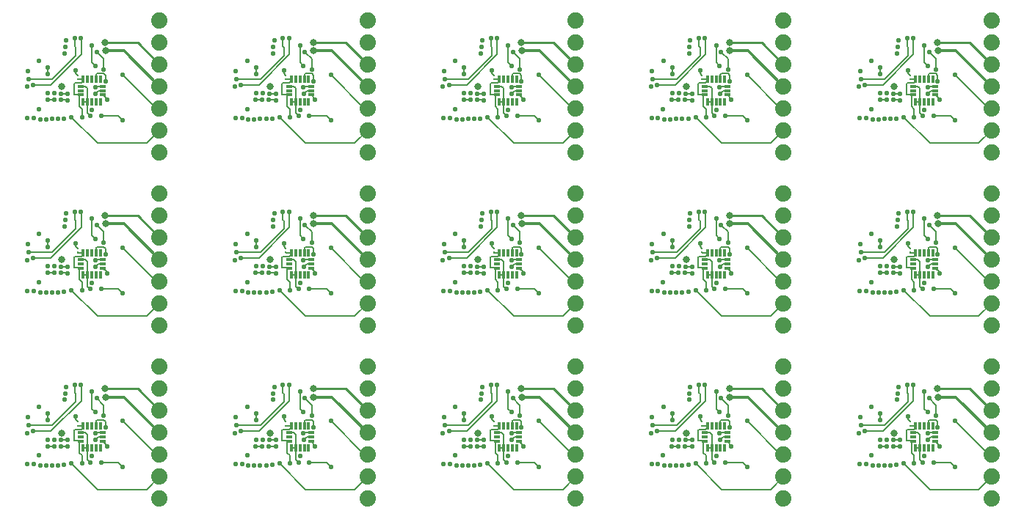
<source format=gbr>
G04 EAGLE Gerber X2 export*
%TF.Part,Single*%
%TF.FileFunction,Copper,L4,Bot,Mixed*%
%TF.FilePolarity,Positive*%
%TF.GenerationSoftware,Autodesk,EAGLE,8.7.1*%
%TF.CreationDate,2018-04-12T23:37:32Z*%
G75*
%MOMM*%
%FSLAX34Y34*%
%LPD*%
%AMOC8*
5,1,8,0,0,1.08239X$1,22.5*%
G01*
%ADD10R,0.250000X0.250000*%
%ADD11C,1.879600*%
%ADD12R,0.300000X0.925000*%
%ADD13R,0.800000X0.300000*%
%ADD14C,0.558800*%
%ADD15C,0.152400*%
%ADD16C,0.804800*%
%ADD17C,0.203200*%
%ADD18C,0.304800*%
%ADD19C,0.254000*%


D10*
X62375Y54163D03*
X62375Y49591D03*
D11*
X156400Y117800D03*
X156400Y92400D03*
X156400Y67000D03*
X156400Y41600D03*
X156400Y16200D03*
X156400Y-9200D03*
X156400Y-34600D03*
D12*
X68586Y49438D03*
X73586Y49438D03*
X78586Y49438D03*
X83586Y49438D03*
X88586Y49438D03*
D13*
X91336Y41563D03*
X91336Y36563D03*
X91336Y31563D03*
D12*
X88586Y23688D03*
X83586Y23688D03*
X78586Y23688D03*
X73586Y23688D03*
X68586Y23688D03*
D13*
X65836Y31563D03*
X65836Y36563D03*
X65836Y41563D03*
D10*
X302375Y54163D03*
X302375Y49591D03*
D11*
X396400Y117800D03*
X396400Y92400D03*
X396400Y67000D03*
X396400Y41600D03*
X396400Y16200D03*
X396400Y-9200D03*
X396400Y-34600D03*
D12*
X308586Y49438D03*
X313586Y49438D03*
X318586Y49438D03*
X323586Y49438D03*
X328586Y49438D03*
D13*
X331336Y41563D03*
X331336Y36563D03*
X331336Y31563D03*
D12*
X328586Y23688D03*
X323586Y23688D03*
X318586Y23688D03*
X313586Y23688D03*
X308586Y23688D03*
D13*
X305836Y31563D03*
X305836Y36563D03*
X305836Y41563D03*
D10*
X542375Y54163D03*
X542375Y49591D03*
D11*
X636400Y117800D03*
X636400Y92400D03*
X636400Y67000D03*
X636400Y41600D03*
X636400Y16200D03*
X636400Y-9200D03*
X636400Y-34600D03*
D12*
X548586Y49438D03*
X553586Y49438D03*
X558586Y49438D03*
X563586Y49438D03*
X568586Y49438D03*
D13*
X571336Y41563D03*
X571336Y36563D03*
X571336Y31563D03*
D12*
X568586Y23688D03*
X563586Y23688D03*
X558586Y23688D03*
X553586Y23688D03*
X548586Y23688D03*
D13*
X545836Y31563D03*
X545836Y36563D03*
X545836Y41563D03*
D10*
X782375Y54163D03*
X782375Y49591D03*
D11*
X876400Y117800D03*
X876400Y92400D03*
X876400Y67000D03*
X876400Y41600D03*
X876400Y16200D03*
X876400Y-9200D03*
X876400Y-34600D03*
D12*
X788586Y49438D03*
X793586Y49438D03*
X798586Y49438D03*
X803586Y49438D03*
X808586Y49438D03*
D13*
X811336Y41563D03*
X811336Y36563D03*
X811336Y31563D03*
D12*
X808586Y23688D03*
X803586Y23688D03*
X798586Y23688D03*
X793586Y23688D03*
X788586Y23688D03*
D13*
X785836Y31563D03*
X785836Y36563D03*
X785836Y41563D03*
D10*
X1022375Y54163D03*
X1022375Y49591D03*
D11*
X1116400Y117800D03*
X1116400Y92400D03*
X1116400Y67000D03*
X1116400Y41600D03*
X1116400Y16200D03*
X1116400Y-9200D03*
X1116400Y-34600D03*
D12*
X1028586Y49438D03*
X1033586Y49438D03*
X1038586Y49438D03*
X1043586Y49438D03*
X1048586Y49438D03*
D13*
X1051336Y41563D03*
X1051336Y36563D03*
X1051336Y31563D03*
D12*
X1048586Y23688D03*
X1043586Y23688D03*
X1038586Y23688D03*
X1033586Y23688D03*
X1028586Y23688D03*
D13*
X1025836Y31563D03*
X1025836Y36563D03*
X1025836Y41563D03*
D10*
X62375Y254163D03*
X62375Y249591D03*
D11*
X156400Y317800D03*
X156400Y292400D03*
X156400Y267000D03*
X156400Y241600D03*
X156400Y216200D03*
X156400Y190800D03*
X156400Y165400D03*
D12*
X68586Y249438D03*
X73586Y249438D03*
X78586Y249438D03*
X83586Y249438D03*
X88586Y249438D03*
D13*
X91336Y241563D03*
X91336Y236563D03*
X91336Y231563D03*
D12*
X88586Y223688D03*
X83586Y223688D03*
X78586Y223688D03*
X73586Y223688D03*
X68586Y223688D03*
D13*
X65836Y231563D03*
X65836Y236563D03*
X65836Y241563D03*
D10*
X302375Y254163D03*
X302375Y249591D03*
D11*
X396400Y317800D03*
X396400Y292400D03*
X396400Y267000D03*
X396400Y241600D03*
X396400Y216200D03*
X396400Y190800D03*
X396400Y165400D03*
D12*
X308586Y249438D03*
X313586Y249438D03*
X318586Y249438D03*
X323586Y249438D03*
X328586Y249438D03*
D13*
X331336Y241563D03*
X331336Y236563D03*
X331336Y231563D03*
D12*
X328586Y223688D03*
X323586Y223688D03*
X318586Y223688D03*
X313586Y223688D03*
X308586Y223688D03*
D13*
X305836Y231563D03*
X305836Y236563D03*
X305836Y241563D03*
D10*
X542375Y254163D03*
X542375Y249591D03*
D11*
X636400Y317800D03*
X636400Y292400D03*
X636400Y267000D03*
X636400Y241600D03*
X636400Y216200D03*
X636400Y190800D03*
X636400Y165400D03*
D12*
X548586Y249438D03*
X553586Y249438D03*
X558586Y249438D03*
X563586Y249438D03*
X568586Y249438D03*
D13*
X571336Y241563D03*
X571336Y236563D03*
X571336Y231563D03*
D12*
X568586Y223688D03*
X563586Y223688D03*
X558586Y223688D03*
X553586Y223688D03*
X548586Y223688D03*
D13*
X545836Y231563D03*
X545836Y236563D03*
X545836Y241563D03*
D10*
X782375Y254163D03*
X782375Y249591D03*
D11*
X876400Y317800D03*
X876400Y292400D03*
X876400Y267000D03*
X876400Y241600D03*
X876400Y216200D03*
X876400Y190800D03*
X876400Y165400D03*
D12*
X788586Y249438D03*
X793586Y249438D03*
X798586Y249438D03*
X803586Y249438D03*
X808586Y249438D03*
D13*
X811336Y241563D03*
X811336Y236563D03*
X811336Y231563D03*
D12*
X808586Y223688D03*
X803586Y223688D03*
X798586Y223688D03*
X793586Y223688D03*
X788586Y223688D03*
D13*
X785836Y231563D03*
X785836Y236563D03*
X785836Y241563D03*
D10*
X1022375Y254163D03*
X1022375Y249591D03*
D11*
X1116400Y317800D03*
X1116400Y292400D03*
X1116400Y267000D03*
X1116400Y241600D03*
X1116400Y216200D03*
X1116400Y190800D03*
X1116400Y165400D03*
D12*
X1028586Y249438D03*
X1033586Y249438D03*
X1038586Y249438D03*
X1043586Y249438D03*
X1048586Y249438D03*
D13*
X1051336Y241563D03*
X1051336Y236563D03*
X1051336Y231563D03*
D12*
X1048586Y223688D03*
X1043586Y223688D03*
X1038586Y223688D03*
X1033586Y223688D03*
X1028586Y223688D03*
D13*
X1025836Y231563D03*
X1025836Y236563D03*
X1025836Y241563D03*
D10*
X62375Y454163D03*
X62375Y449591D03*
D11*
X156400Y517800D03*
X156400Y492400D03*
X156400Y467000D03*
X156400Y441600D03*
X156400Y416200D03*
X156400Y390800D03*
X156400Y365400D03*
D12*
X68586Y449438D03*
X73586Y449438D03*
X78586Y449438D03*
X83586Y449438D03*
X88586Y449438D03*
D13*
X91336Y441563D03*
X91336Y436563D03*
X91336Y431563D03*
D12*
X88586Y423688D03*
X83586Y423688D03*
X78586Y423688D03*
X73586Y423688D03*
X68586Y423688D03*
D13*
X65836Y431563D03*
X65836Y436563D03*
X65836Y441563D03*
D10*
X302375Y454163D03*
X302375Y449591D03*
D11*
X396400Y517800D03*
X396400Y492400D03*
X396400Y467000D03*
X396400Y441600D03*
X396400Y416200D03*
X396400Y390800D03*
X396400Y365400D03*
D12*
X308586Y449438D03*
X313586Y449438D03*
X318586Y449438D03*
X323586Y449438D03*
X328586Y449438D03*
D13*
X331336Y441563D03*
X331336Y436563D03*
X331336Y431563D03*
D12*
X328586Y423688D03*
X323586Y423688D03*
X318586Y423688D03*
X313586Y423688D03*
X308586Y423688D03*
D13*
X305836Y431563D03*
X305836Y436563D03*
X305836Y441563D03*
D10*
X542375Y454163D03*
X542375Y449591D03*
D11*
X636400Y517800D03*
X636400Y492400D03*
X636400Y467000D03*
X636400Y441600D03*
X636400Y416200D03*
X636400Y390800D03*
X636400Y365400D03*
D12*
X548586Y449438D03*
X553586Y449438D03*
X558586Y449438D03*
X563586Y449438D03*
X568586Y449438D03*
D13*
X571336Y441563D03*
X571336Y436563D03*
X571336Y431563D03*
D12*
X568586Y423688D03*
X563586Y423688D03*
X558586Y423688D03*
X553586Y423688D03*
X548586Y423688D03*
D13*
X545836Y431563D03*
X545836Y436563D03*
X545836Y441563D03*
D10*
X782375Y454163D03*
X782375Y449591D03*
D11*
X876400Y517800D03*
X876400Y492400D03*
X876400Y467000D03*
X876400Y441600D03*
X876400Y416200D03*
X876400Y390800D03*
X876400Y365400D03*
D12*
X788586Y449438D03*
X793586Y449438D03*
X798586Y449438D03*
X803586Y449438D03*
X808586Y449438D03*
D13*
X811336Y441563D03*
X811336Y436563D03*
X811336Y431563D03*
D12*
X808586Y423688D03*
X803586Y423688D03*
X798586Y423688D03*
X793586Y423688D03*
X788586Y423688D03*
D13*
X785836Y431563D03*
X785836Y436563D03*
X785836Y441563D03*
D10*
X1022375Y454163D03*
X1022375Y449591D03*
D11*
X1116400Y517800D03*
X1116400Y492400D03*
X1116400Y467000D03*
X1116400Y441600D03*
X1116400Y416200D03*
X1116400Y390800D03*
X1116400Y365400D03*
D12*
X1028586Y449438D03*
X1033586Y449438D03*
X1038586Y449438D03*
X1043586Y449438D03*
X1048586Y449438D03*
D13*
X1051336Y441563D03*
X1051336Y436563D03*
X1051336Y431563D03*
D12*
X1048586Y423688D03*
X1043586Y423688D03*
X1038586Y423688D03*
X1033586Y423688D03*
X1028586Y423688D03*
D13*
X1025836Y431563D03*
X1025836Y436563D03*
X1025836Y441563D03*
D14*
X114300Y54864D03*
D15*
X152964Y16200D01*
X156400Y16200D01*
D14*
X82622Y40749D03*
D15*
X83436Y41563D01*
X91336Y41563D01*
D14*
X94150Y47127D03*
D15*
X94150Y54102D01*
X92157Y56095D02*
X84512Y56095D01*
X92157Y56095D02*
X94150Y54102D01*
X83586Y55169D02*
X83586Y49438D01*
X83586Y55169D02*
X84512Y56095D01*
D14*
X96192Y25748D03*
D15*
X96192Y26707D01*
X91336Y31563D01*
X68586Y49438D02*
X62528Y49438D01*
X62375Y49591D01*
X68586Y49438D02*
X68586Y47250D01*
X66431Y45095D01*
X58811Y45095D02*
X57912Y44196D01*
X57912Y32004D01*
X64008Y32004D01*
X65395Y32004D01*
X65836Y31563D01*
X66431Y45095D02*
X58811Y45095D01*
D14*
X67056Y6096D03*
D15*
X67056Y15240D01*
X64008Y18288D01*
X64008Y32004D01*
D14*
X82904Y32994D03*
D15*
X86473Y36563D01*
X91336Y36563D01*
X62375Y54163D02*
X60000Y56538D01*
X60000Y60000D01*
D14*
X60000Y60000D03*
D15*
X68586Y23688D02*
X73586Y23688D01*
X73586Y10414D01*
X76800Y7200D01*
D14*
X76800Y7200D03*
X27432Y25908D03*
D15*
X35052Y25908D01*
D14*
X35052Y25908D03*
X42672Y25908D03*
D15*
X73586Y23688D02*
X73586Y39190D01*
X71213Y41563D02*
X65836Y41563D01*
X71213Y41563D02*
X73586Y39190D01*
D14*
X39542Y3680D03*
X25826Y3491D03*
X19104Y3524D03*
X47523Y79564D03*
X47971Y86875D03*
X48895Y94447D03*
X4547Y59198D03*
D16*
X43981Y41019D03*
D14*
X3540Y40989D03*
X4155Y4794D03*
D17*
X42672Y25908D02*
X50292Y25908D01*
X50800Y25400D01*
D14*
X50800Y25400D03*
X50800Y33020D03*
D17*
X43180Y33020D01*
D14*
X43180Y33020D03*
X35560Y33500D03*
X27940Y33500D03*
X27940Y63500D03*
D17*
X27940Y55880D01*
D14*
X27940Y55880D03*
D18*
X115318Y82682D02*
X156400Y41600D01*
X115318Y82682D02*
X94250Y82682D01*
D16*
X94250Y82682D03*
D14*
X17734Y70905D03*
X46400Y4242D03*
X32684Y3582D03*
D19*
X131400Y92000D02*
X156400Y67000D01*
X131400Y92000D02*
X94000Y92000D01*
D16*
X94000Y92000D03*
D14*
X78637Y14404D03*
X11613Y4900D03*
X17529Y15255D03*
X55000Y6000D03*
D15*
X85000Y-24000D01*
X141600Y-24000D02*
X156400Y-9200D01*
X141600Y-24000D02*
X85000Y-24000D01*
D14*
X89291Y7213D03*
D15*
X109292Y7213D01*
X114428Y2076D01*
D14*
X114428Y2076D03*
X78740Y88900D03*
D17*
X78740Y69064D01*
X82526Y65278D01*
D14*
X82526Y65278D03*
X10398Y43225D03*
D15*
X31143Y43225D01*
X66190Y78272D01*
X66190Y96397D01*
X65834Y96753D01*
D14*
X65834Y96753D03*
X5572Y49951D03*
D15*
X32968Y49951D01*
X60025Y77007D02*
X60025Y86409D01*
X58976Y87458D01*
X58976Y96869D01*
D14*
X58976Y96869D03*
D15*
X60025Y77007D02*
X32968Y49951D01*
D14*
X84151Y81247D03*
D17*
X92187Y73211D01*
X92187Y60921D01*
D14*
X92187Y60921D03*
X354300Y54864D03*
D15*
X392964Y16200D01*
X396400Y16200D01*
D14*
X322622Y40749D03*
D15*
X323436Y41563D01*
X331336Y41563D01*
D14*
X334150Y47127D03*
D15*
X334150Y54102D01*
X332157Y56095D02*
X324512Y56095D01*
X332157Y56095D02*
X334150Y54102D01*
X323586Y55169D02*
X323586Y49438D01*
X323586Y55169D02*
X324512Y56095D01*
D14*
X336192Y25748D03*
D15*
X336192Y26707D01*
X331336Y31563D01*
X308586Y49438D02*
X302528Y49438D01*
X302375Y49591D01*
X308586Y49438D02*
X308586Y47250D01*
X306431Y45095D01*
X298811Y45095D02*
X297912Y44196D01*
X297912Y32004D01*
X304008Y32004D01*
X305395Y32004D01*
X305836Y31563D01*
X306431Y45095D02*
X298811Y45095D01*
D14*
X307056Y6096D03*
D15*
X307056Y15240D01*
X304008Y18288D01*
X304008Y32004D01*
D14*
X322904Y32994D03*
D15*
X326473Y36563D01*
X331336Y36563D01*
X302375Y54163D02*
X300000Y56538D01*
X300000Y60000D01*
D14*
X300000Y60000D03*
D15*
X308586Y23688D02*
X313586Y23688D01*
X313586Y10414D01*
X316800Y7200D01*
D14*
X316800Y7200D03*
X267432Y25908D03*
D15*
X275052Y25908D01*
D14*
X275052Y25908D03*
X282672Y25908D03*
D15*
X313586Y23688D02*
X313586Y39190D01*
X311213Y41563D02*
X305836Y41563D01*
X311213Y41563D02*
X313586Y39190D01*
D14*
X279542Y3680D03*
X265826Y3491D03*
X259104Y3524D03*
X287523Y79564D03*
X287971Y86875D03*
X288895Y94447D03*
X244547Y59198D03*
D16*
X283981Y41019D03*
D14*
X243540Y40989D03*
X244155Y4794D03*
D17*
X282672Y25908D02*
X290292Y25908D01*
X290800Y25400D01*
D14*
X290800Y25400D03*
X290800Y33020D03*
D17*
X283180Y33020D01*
D14*
X283180Y33020D03*
X275560Y33500D03*
X267940Y33500D03*
X267940Y63500D03*
D17*
X267940Y55880D01*
D14*
X267940Y55880D03*
D18*
X355318Y82682D02*
X396400Y41600D01*
X355318Y82682D02*
X334250Y82682D01*
D16*
X334250Y82682D03*
D14*
X257734Y70905D03*
X286400Y4242D03*
X272684Y3582D03*
D19*
X371400Y92000D02*
X396400Y67000D01*
X371400Y92000D02*
X334000Y92000D01*
D16*
X334000Y92000D03*
D14*
X318637Y14404D03*
X251613Y4900D03*
X257529Y15255D03*
X295000Y6000D03*
D15*
X325000Y-24000D01*
X381600Y-24000D02*
X396400Y-9200D01*
X381600Y-24000D02*
X325000Y-24000D01*
D14*
X329291Y7213D03*
D15*
X349292Y7213D01*
X354428Y2076D01*
D14*
X354428Y2076D03*
X318740Y88900D03*
D17*
X318740Y69064D01*
X322526Y65278D01*
D14*
X322526Y65278D03*
X250398Y43225D03*
D15*
X271143Y43225D01*
X306190Y78272D01*
X306190Y96397D01*
X305834Y96753D01*
D14*
X305834Y96753D03*
X245572Y49951D03*
D15*
X272968Y49951D01*
X300025Y77007D02*
X300025Y86409D01*
X298976Y87458D01*
X298976Y96869D01*
D14*
X298976Y96869D03*
D15*
X300025Y77007D02*
X272968Y49951D01*
D14*
X324151Y81247D03*
D17*
X332187Y73211D01*
X332187Y60921D01*
D14*
X332187Y60921D03*
X594300Y54864D03*
D15*
X632964Y16200D01*
X636400Y16200D01*
D14*
X562622Y40749D03*
D15*
X563436Y41563D01*
X571336Y41563D01*
D14*
X574150Y47127D03*
D15*
X574150Y54102D01*
X572157Y56095D02*
X564512Y56095D01*
X572157Y56095D02*
X574150Y54102D01*
X563586Y55169D02*
X563586Y49438D01*
X563586Y55169D02*
X564512Y56095D01*
D14*
X576192Y25748D03*
D15*
X576192Y26707D01*
X571336Y31563D01*
X548586Y49438D02*
X542528Y49438D01*
X542375Y49591D01*
X548586Y49438D02*
X548586Y47250D01*
X546431Y45095D01*
X538811Y45095D02*
X537912Y44196D01*
X537912Y32004D01*
X544008Y32004D01*
X545395Y32004D01*
X545836Y31563D01*
X546431Y45095D02*
X538811Y45095D01*
D14*
X547056Y6096D03*
D15*
X547056Y15240D01*
X544008Y18288D01*
X544008Y32004D01*
D14*
X562904Y32994D03*
D15*
X566473Y36563D01*
X571336Y36563D01*
X542375Y54163D02*
X540000Y56538D01*
X540000Y60000D01*
D14*
X540000Y60000D03*
D15*
X548586Y23688D02*
X553586Y23688D01*
X553586Y10414D01*
X556800Y7200D01*
D14*
X556800Y7200D03*
X507432Y25908D03*
D15*
X515052Y25908D01*
D14*
X515052Y25908D03*
X522672Y25908D03*
D15*
X553586Y23688D02*
X553586Y39190D01*
X551213Y41563D02*
X545836Y41563D01*
X551213Y41563D02*
X553586Y39190D01*
D14*
X519542Y3680D03*
X505826Y3491D03*
X499104Y3524D03*
X527523Y79564D03*
X527971Y86875D03*
X528895Y94447D03*
X484547Y59198D03*
D16*
X523981Y41019D03*
D14*
X483540Y40989D03*
X484155Y4794D03*
D17*
X522672Y25908D02*
X530292Y25908D01*
X530800Y25400D01*
D14*
X530800Y25400D03*
X530800Y33020D03*
D17*
X523180Y33020D01*
D14*
X523180Y33020D03*
X515560Y33500D03*
X507940Y33500D03*
X507940Y63500D03*
D17*
X507940Y55880D01*
D14*
X507940Y55880D03*
D18*
X595318Y82682D02*
X636400Y41600D01*
X595318Y82682D02*
X574250Y82682D01*
D16*
X574250Y82682D03*
D14*
X497734Y70905D03*
X526400Y4242D03*
X512684Y3582D03*
D19*
X611400Y92000D02*
X636400Y67000D01*
X611400Y92000D02*
X574000Y92000D01*
D16*
X574000Y92000D03*
D14*
X558637Y14404D03*
X491613Y4900D03*
X497529Y15255D03*
X535000Y6000D03*
D15*
X565000Y-24000D01*
X621600Y-24000D02*
X636400Y-9200D01*
X621600Y-24000D02*
X565000Y-24000D01*
D14*
X569291Y7213D03*
D15*
X589292Y7213D01*
X594428Y2076D01*
D14*
X594428Y2076D03*
X558740Y88900D03*
D17*
X558740Y69064D01*
X562526Y65278D01*
D14*
X562526Y65278D03*
X490398Y43225D03*
D15*
X511143Y43225D01*
X546190Y78272D01*
X546190Y96397D01*
X545834Y96753D01*
D14*
X545834Y96753D03*
X485572Y49951D03*
D15*
X512968Y49951D01*
X540025Y77007D02*
X540025Y86409D01*
X538976Y87458D01*
X538976Y96869D01*
D14*
X538976Y96869D03*
D15*
X540025Y77007D02*
X512968Y49951D01*
D14*
X564151Y81247D03*
D17*
X572187Y73211D01*
X572187Y60921D01*
D14*
X572187Y60921D03*
X834300Y54864D03*
D15*
X872964Y16200D01*
X876400Y16200D01*
D14*
X802622Y40749D03*
D15*
X803436Y41563D01*
X811336Y41563D01*
D14*
X814150Y47127D03*
D15*
X814150Y54102D01*
X812157Y56095D02*
X804512Y56095D01*
X812157Y56095D02*
X814150Y54102D01*
X803586Y55169D02*
X803586Y49438D01*
X803586Y55169D02*
X804512Y56095D01*
D14*
X816192Y25748D03*
D15*
X816192Y26707D01*
X811336Y31563D01*
X788586Y49438D02*
X782528Y49438D01*
X782375Y49591D01*
X788586Y49438D02*
X788586Y47250D01*
X786431Y45095D01*
X778811Y45095D02*
X777912Y44196D01*
X777912Y32004D01*
X784008Y32004D01*
X785395Y32004D01*
X785836Y31563D01*
X786431Y45095D02*
X778811Y45095D01*
D14*
X787056Y6096D03*
D15*
X787056Y15240D01*
X784008Y18288D01*
X784008Y32004D01*
D14*
X802904Y32994D03*
D15*
X806473Y36563D01*
X811336Y36563D01*
X782375Y54163D02*
X780000Y56538D01*
X780000Y60000D01*
D14*
X780000Y60000D03*
D15*
X788586Y23688D02*
X793586Y23688D01*
X793586Y10414D01*
X796800Y7200D01*
D14*
X796800Y7200D03*
X747432Y25908D03*
D15*
X755052Y25908D01*
D14*
X755052Y25908D03*
X762672Y25908D03*
D15*
X793586Y23688D02*
X793586Y39190D01*
X791213Y41563D02*
X785836Y41563D01*
X791213Y41563D02*
X793586Y39190D01*
D14*
X759542Y3680D03*
X745826Y3491D03*
X739104Y3524D03*
X767523Y79564D03*
X767971Y86875D03*
X768895Y94447D03*
X724547Y59198D03*
D16*
X763981Y41019D03*
D14*
X723540Y40989D03*
X724155Y4794D03*
D17*
X762672Y25908D02*
X770292Y25908D01*
X770800Y25400D01*
D14*
X770800Y25400D03*
X770800Y33020D03*
D17*
X763180Y33020D01*
D14*
X763180Y33020D03*
X755560Y33500D03*
X747940Y33500D03*
X747940Y63500D03*
D17*
X747940Y55880D01*
D14*
X747940Y55880D03*
D18*
X835318Y82682D02*
X876400Y41600D01*
X835318Y82682D02*
X814250Y82682D01*
D16*
X814250Y82682D03*
D14*
X737734Y70905D03*
X766400Y4242D03*
X752684Y3582D03*
D19*
X851400Y92000D02*
X876400Y67000D01*
X851400Y92000D02*
X814000Y92000D01*
D16*
X814000Y92000D03*
D14*
X798637Y14404D03*
X731613Y4900D03*
X737529Y15255D03*
X775000Y6000D03*
D15*
X805000Y-24000D01*
X861600Y-24000D02*
X876400Y-9200D01*
X861600Y-24000D02*
X805000Y-24000D01*
D14*
X809291Y7213D03*
D15*
X829292Y7213D01*
X834428Y2076D01*
D14*
X834428Y2076D03*
X798740Y88900D03*
D17*
X798740Y69064D01*
X802526Y65278D01*
D14*
X802526Y65278D03*
X730398Y43225D03*
D15*
X751143Y43225D01*
X786190Y78272D01*
X786190Y96397D01*
X785834Y96753D01*
D14*
X785834Y96753D03*
X725572Y49951D03*
D15*
X752968Y49951D01*
X780025Y77007D02*
X780025Y86409D01*
X778976Y87458D01*
X778976Y96869D01*
D14*
X778976Y96869D03*
D15*
X780025Y77007D02*
X752968Y49951D01*
D14*
X804151Y81247D03*
D17*
X812187Y73211D01*
X812187Y60921D01*
D14*
X812187Y60921D03*
X1074300Y54864D03*
D15*
X1112964Y16200D01*
X1116400Y16200D01*
D14*
X1042622Y40749D03*
D15*
X1043436Y41563D01*
X1051336Y41563D01*
D14*
X1054150Y47127D03*
D15*
X1054150Y54102D01*
X1052157Y56095D02*
X1044512Y56095D01*
X1052157Y56095D02*
X1054150Y54102D01*
X1043586Y55169D02*
X1043586Y49438D01*
X1043586Y55169D02*
X1044512Y56095D01*
D14*
X1056192Y25748D03*
D15*
X1056192Y26707D01*
X1051336Y31563D01*
X1028586Y49438D02*
X1022528Y49438D01*
X1022375Y49591D01*
X1028586Y49438D02*
X1028586Y47250D01*
X1026431Y45095D01*
X1018811Y45095D02*
X1017912Y44196D01*
X1017912Y32004D01*
X1024008Y32004D01*
X1025395Y32004D01*
X1025836Y31563D01*
X1026431Y45095D02*
X1018811Y45095D01*
D14*
X1027056Y6096D03*
D15*
X1027056Y15240D01*
X1024008Y18288D01*
X1024008Y32004D01*
D14*
X1042904Y32994D03*
D15*
X1046473Y36563D01*
X1051336Y36563D01*
X1022375Y54163D02*
X1020000Y56538D01*
X1020000Y60000D01*
D14*
X1020000Y60000D03*
D15*
X1028586Y23688D02*
X1033586Y23688D01*
X1033586Y10414D01*
X1036800Y7200D01*
D14*
X1036800Y7200D03*
X987432Y25908D03*
D15*
X995052Y25908D01*
D14*
X995052Y25908D03*
X1002672Y25908D03*
D15*
X1033586Y23688D02*
X1033586Y39190D01*
X1031213Y41563D02*
X1025836Y41563D01*
X1031213Y41563D02*
X1033586Y39190D01*
D14*
X999542Y3680D03*
X985826Y3491D03*
X979104Y3524D03*
X1007523Y79564D03*
X1007971Y86875D03*
X1008895Y94447D03*
X964547Y59198D03*
D16*
X1003981Y41019D03*
D14*
X963540Y40989D03*
X964155Y4794D03*
D17*
X1002672Y25908D02*
X1010292Y25908D01*
X1010800Y25400D01*
D14*
X1010800Y25400D03*
X1010800Y33020D03*
D17*
X1003180Y33020D01*
D14*
X1003180Y33020D03*
X995560Y33500D03*
X987940Y33500D03*
X987940Y63500D03*
D17*
X987940Y55880D01*
D14*
X987940Y55880D03*
D18*
X1075318Y82682D02*
X1116400Y41600D01*
X1075318Y82682D02*
X1054250Y82682D01*
D16*
X1054250Y82682D03*
D14*
X977734Y70905D03*
X1006400Y4242D03*
X992684Y3582D03*
D19*
X1091400Y92000D02*
X1116400Y67000D01*
X1091400Y92000D02*
X1054000Y92000D01*
D16*
X1054000Y92000D03*
D14*
X1038637Y14404D03*
X971613Y4900D03*
X977529Y15255D03*
X1015000Y6000D03*
D15*
X1045000Y-24000D01*
X1101600Y-24000D02*
X1116400Y-9200D01*
X1101600Y-24000D02*
X1045000Y-24000D01*
D14*
X1049291Y7213D03*
D15*
X1069292Y7213D01*
X1074428Y2076D01*
D14*
X1074428Y2076D03*
X1038740Y88900D03*
D17*
X1038740Y69064D01*
X1042526Y65278D01*
D14*
X1042526Y65278D03*
X970398Y43225D03*
D15*
X991143Y43225D01*
X1026190Y78272D01*
X1026190Y96397D01*
X1025834Y96753D01*
D14*
X1025834Y96753D03*
X965572Y49951D03*
D15*
X992968Y49951D01*
X1020025Y77007D02*
X1020025Y86409D01*
X1018976Y87458D01*
X1018976Y96869D01*
D14*
X1018976Y96869D03*
D15*
X1020025Y77007D02*
X992968Y49951D01*
D14*
X1044151Y81247D03*
D17*
X1052187Y73211D01*
X1052187Y60921D01*
D14*
X1052187Y60921D03*
X114300Y254864D03*
D15*
X152964Y216200D01*
X156400Y216200D01*
D14*
X82622Y240749D03*
D15*
X83436Y241563D01*
X91336Y241563D01*
D14*
X94150Y247127D03*
D15*
X94150Y254102D01*
X92157Y256095D02*
X84512Y256095D01*
X92157Y256095D02*
X94150Y254102D01*
X83586Y255169D02*
X83586Y249438D01*
X83586Y255169D02*
X84512Y256095D01*
D14*
X96192Y225748D03*
D15*
X96192Y226707D01*
X91336Y231563D01*
X68586Y249438D02*
X62528Y249438D01*
X62375Y249591D01*
X68586Y249438D02*
X68586Y247250D01*
X66431Y245095D01*
X58811Y245095D02*
X57912Y244196D01*
X57912Y232004D01*
X64008Y232004D01*
X65395Y232004D01*
X65836Y231563D01*
X66431Y245095D02*
X58811Y245095D01*
D14*
X67056Y206096D03*
D15*
X67056Y215240D01*
X64008Y218288D01*
X64008Y232004D01*
D14*
X82904Y232994D03*
D15*
X86473Y236563D01*
X91336Y236563D01*
X62375Y254163D02*
X60000Y256538D01*
X60000Y260000D01*
D14*
X60000Y260000D03*
D15*
X68586Y223688D02*
X73586Y223688D01*
X73586Y210414D01*
X76800Y207200D01*
D14*
X76800Y207200D03*
X27432Y225908D03*
D15*
X35052Y225908D01*
D14*
X35052Y225908D03*
X42672Y225908D03*
D15*
X73586Y223688D02*
X73586Y239190D01*
X71213Y241563D02*
X65836Y241563D01*
X71213Y241563D02*
X73586Y239190D01*
D14*
X39542Y203680D03*
X25826Y203491D03*
X19104Y203524D03*
X47523Y279564D03*
X47971Y286875D03*
X48895Y294447D03*
X4547Y259198D03*
D16*
X43981Y241019D03*
D14*
X3540Y240989D03*
X4155Y204794D03*
D17*
X42672Y225908D02*
X50292Y225908D01*
X50800Y225400D01*
D14*
X50800Y225400D03*
X50800Y233020D03*
D17*
X43180Y233020D01*
D14*
X43180Y233020D03*
X35560Y233500D03*
X27940Y233500D03*
X27940Y263500D03*
D17*
X27940Y255880D01*
D14*
X27940Y255880D03*
D18*
X115318Y282682D02*
X156400Y241600D01*
X115318Y282682D02*
X94250Y282682D01*
D16*
X94250Y282682D03*
D14*
X17734Y270905D03*
X46400Y204242D03*
X32684Y203582D03*
D19*
X131400Y292000D02*
X156400Y267000D01*
X131400Y292000D02*
X94000Y292000D01*
D16*
X94000Y292000D03*
D14*
X78637Y214404D03*
X11613Y204900D03*
X17529Y215255D03*
X55000Y206000D03*
D15*
X85000Y176000D01*
X141600Y176000D02*
X156400Y190800D01*
X141600Y176000D02*
X85000Y176000D01*
D14*
X89291Y207213D03*
D15*
X109292Y207213D01*
X114428Y202076D01*
D14*
X114428Y202076D03*
X78740Y288900D03*
D17*
X78740Y269064D01*
X82526Y265278D01*
D14*
X82526Y265278D03*
X10398Y243225D03*
D15*
X31143Y243225D01*
X66190Y278272D01*
X66190Y296397D01*
X65834Y296753D01*
D14*
X65834Y296753D03*
X5572Y249951D03*
D15*
X32968Y249951D01*
X60025Y277007D02*
X60025Y286409D01*
X58976Y287458D01*
X58976Y296869D01*
D14*
X58976Y296869D03*
D15*
X60025Y277007D02*
X32968Y249951D01*
D14*
X84151Y281247D03*
D17*
X92187Y273211D01*
X92187Y260921D01*
D14*
X92187Y260921D03*
X354300Y254864D03*
D15*
X392964Y216200D01*
X396400Y216200D01*
D14*
X322622Y240749D03*
D15*
X323436Y241563D01*
X331336Y241563D01*
D14*
X334150Y247127D03*
D15*
X334150Y254102D01*
X332157Y256095D02*
X324512Y256095D01*
X332157Y256095D02*
X334150Y254102D01*
X323586Y255169D02*
X323586Y249438D01*
X323586Y255169D02*
X324512Y256095D01*
D14*
X336192Y225748D03*
D15*
X336192Y226707D01*
X331336Y231563D01*
X308586Y249438D02*
X302528Y249438D01*
X302375Y249591D01*
X308586Y249438D02*
X308586Y247250D01*
X306431Y245095D01*
X298811Y245095D02*
X297912Y244196D01*
X297912Y232004D01*
X304008Y232004D01*
X305395Y232004D01*
X305836Y231563D01*
X306431Y245095D02*
X298811Y245095D01*
D14*
X307056Y206096D03*
D15*
X307056Y215240D01*
X304008Y218288D01*
X304008Y232004D01*
D14*
X322904Y232994D03*
D15*
X326473Y236563D01*
X331336Y236563D01*
X302375Y254163D02*
X300000Y256538D01*
X300000Y260000D01*
D14*
X300000Y260000D03*
D15*
X308586Y223688D02*
X313586Y223688D01*
X313586Y210414D01*
X316800Y207200D01*
D14*
X316800Y207200D03*
X267432Y225908D03*
D15*
X275052Y225908D01*
D14*
X275052Y225908D03*
X282672Y225908D03*
D15*
X313586Y223688D02*
X313586Y239190D01*
X311213Y241563D02*
X305836Y241563D01*
X311213Y241563D02*
X313586Y239190D01*
D14*
X279542Y203680D03*
X265826Y203491D03*
X259104Y203524D03*
X287523Y279564D03*
X287971Y286875D03*
X288895Y294447D03*
X244547Y259198D03*
D16*
X283981Y241019D03*
D14*
X243540Y240989D03*
X244155Y204794D03*
D17*
X282672Y225908D02*
X290292Y225908D01*
X290800Y225400D01*
D14*
X290800Y225400D03*
X290800Y233020D03*
D17*
X283180Y233020D01*
D14*
X283180Y233020D03*
X275560Y233500D03*
X267940Y233500D03*
X267940Y263500D03*
D17*
X267940Y255880D01*
D14*
X267940Y255880D03*
D18*
X355318Y282682D02*
X396400Y241600D01*
X355318Y282682D02*
X334250Y282682D01*
D16*
X334250Y282682D03*
D14*
X257734Y270905D03*
X286400Y204242D03*
X272684Y203582D03*
D19*
X371400Y292000D02*
X396400Y267000D01*
X371400Y292000D02*
X334000Y292000D01*
D16*
X334000Y292000D03*
D14*
X318637Y214404D03*
X251613Y204900D03*
X257529Y215255D03*
X295000Y206000D03*
D15*
X325000Y176000D01*
X381600Y176000D02*
X396400Y190800D01*
X381600Y176000D02*
X325000Y176000D01*
D14*
X329291Y207213D03*
D15*
X349292Y207213D01*
X354428Y202076D01*
D14*
X354428Y202076D03*
X318740Y288900D03*
D17*
X318740Y269064D01*
X322526Y265278D01*
D14*
X322526Y265278D03*
X250398Y243225D03*
D15*
X271143Y243225D01*
X306190Y278272D01*
X306190Y296397D01*
X305834Y296753D01*
D14*
X305834Y296753D03*
X245572Y249951D03*
D15*
X272968Y249951D01*
X300025Y277007D02*
X300025Y286409D01*
X298976Y287458D01*
X298976Y296869D01*
D14*
X298976Y296869D03*
D15*
X300025Y277007D02*
X272968Y249951D01*
D14*
X324151Y281247D03*
D17*
X332187Y273211D01*
X332187Y260921D01*
D14*
X332187Y260921D03*
X594300Y254864D03*
D15*
X632964Y216200D01*
X636400Y216200D01*
D14*
X562622Y240749D03*
D15*
X563436Y241563D01*
X571336Y241563D01*
D14*
X574150Y247127D03*
D15*
X574150Y254102D01*
X572157Y256095D02*
X564512Y256095D01*
X572157Y256095D02*
X574150Y254102D01*
X563586Y255169D02*
X563586Y249438D01*
X563586Y255169D02*
X564512Y256095D01*
D14*
X576192Y225748D03*
D15*
X576192Y226707D01*
X571336Y231563D01*
X548586Y249438D02*
X542528Y249438D01*
X542375Y249591D01*
X548586Y249438D02*
X548586Y247250D01*
X546431Y245095D01*
X538811Y245095D02*
X537912Y244196D01*
X537912Y232004D01*
X544008Y232004D01*
X545395Y232004D01*
X545836Y231563D01*
X546431Y245095D02*
X538811Y245095D01*
D14*
X547056Y206096D03*
D15*
X547056Y215240D01*
X544008Y218288D01*
X544008Y232004D01*
D14*
X562904Y232994D03*
D15*
X566473Y236563D01*
X571336Y236563D01*
X542375Y254163D02*
X540000Y256538D01*
X540000Y260000D01*
D14*
X540000Y260000D03*
D15*
X548586Y223688D02*
X553586Y223688D01*
X553586Y210414D01*
X556800Y207200D01*
D14*
X556800Y207200D03*
X507432Y225908D03*
D15*
X515052Y225908D01*
D14*
X515052Y225908D03*
X522672Y225908D03*
D15*
X553586Y223688D02*
X553586Y239190D01*
X551213Y241563D02*
X545836Y241563D01*
X551213Y241563D02*
X553586Y239190D01*
D14*
X519542Y203680D03*
X505826Y203491D03*
X499104Y203524D03*
X527523Y279564D03*
X527971Y286875D03*
X528895Y294447D03*
X484547Y259198D03*
D16*
X523981Y241019D03*
D14*
X483540Y240989D03*
X484155Y204794D03*
D17*
X522672Y225908D02*
X530292Y225908D01*
X530800Y225400D01*
D14*
X530800Y225400D03*
X530800Y233020D03*
D17*
X523180Y233020D01*
D14*
X523180Y233020D03*
X515560Y233500D03*
X507940Y233500D03*
X507940Y263500D03*
D17*
X507940Y255880D01*
D14*
X507940Y255880D03*
D18*
X595318Y282682D02*
X636400Y241600D01*
X595318Y282682D02*
X574250Y282682D01*
D16*
X574250Y282682D03*
D14*
X497734Y270905D03*
X526400Y204242D03*
X512684Y203582D03*
D19*
X611400Y292000D02*
X636400Y267000D01*
X611400Y292000D02*
X574000Y292000D01*
D16*
X574000Y292000D03*
D14*
X558637Y214404D03*
X491613Y204900D03*
X497529Y215255D03*
X535000Y206000D03*
D15*
X565000Y176000D01*
X621600Y176000D02*
X636400Y190800D01*
X621600Y176000D02*
X565000Y176000D01*
D14*
X569291Y207213D03*
D15*
X589292Y207213D01*
X594428Y202076D01*
D14*
X594428Y202076D03*
X558740Y288900D03*
D17*
X558740Y269064D01*
X562526Y265278D01*
D14*
X562526Y265278D03*
X490398Y243225D03*
D15*
X511143Y243225D01*
X546190Y278272D01*
X546190Y296397D01*
X545834Y296753D01*
D14*
X545834Y296753D03*
X485572Y249951D03*
D15*
X512968Y249951D01*
X540025Y277007D02*
X540025Y286409D01*
X538976Y287458D01*
X538976Y296869D01*
D14*
X538976Y296869D03*
D15*
X540025Y277007D02*
X512968Y249951D01*
D14*
X564151Y281247D03*
D17*
X572187Y273211D01*
X572187Y260921D01*
D14*
X572187Y260921D03*
X834300Y254864D03*
D15*
X872964Y216200D01*
X876400Y216200D01*
D14*
X802622Y240749D03*
D15*
X803436Y241563D01*
X811336Y241563D01*
D14*
X814150Y247127D03*
D15*
X814150Y254102D01*
X812157Y256095D02*
X804512Y256095D01*
X812157Y256095D02*
X814150Y254102D01*
X803586Y255169D02*
X803586Y249438D01*
X803586Y255169D02*
X804512Y256095D01*
D14*
X816192Y225748D03*
D15*
X816192Y226707D01*
X811336Y231563D01*
X788586Y249438D02*
X782528Y249438D01*
X782375Y249591D01*
X788586Y249438D02*
X788586Y247250D01*
X786431Y245095D01*
X778811Y245095D02*
X777912Y244196D01*
X777912Y232004D01*
X784008Y232004D01*
X785395Y232004D01*
X785836Y231563D01*
X786431Y245095D02*
X778811Y245095D01*
D14*
X787056Y206096D03*
D15*
X787056Y215240D01*
X784008Y218288D01*
X784008Y232004D01*
D14*
X802904Y232994D03*
D15*
X806473Y236563D01*
X811336Y236563D01*
X782375Y254163D02*
X780000Y256538D01*
X780000Y260000D01*
D14*
X780000Y260000D03*
D15*
X788586Y223688D02*
X793586Y223688D01*
X793586Y210414D01*
X796800Y207200D01*
D14*
X796800Y207200D03*
X747432Y225908D03*
D15*
X755052Y225908D01*
D14*
X755052Y225908D03*
X762672Y225908D03*
D15*
X793586Y223688D02*
X793586Y239190D01*
X791213Y241563D02*
X785836Y241563D01*
X791213Y241563D02*
X793586Y239190D01*
D14*
X759542Y203680D03*
X745826Y203491D03*
X739104Y203524D03*
X767523Y279564D03*
X767971Y286875D03*
X768895Y294447D03*
X724547Y259198D03*
D16*
X763981Y241019D03*
D14*
X723540Y240989D03*
X724155Y204794D03*
D17*
X762672Y225908D02*
X770292Y225908D01*
X770800Y225400D01*
D14*
X770800Y225400D03*
X770800Y233020D03*
D17*
X763180Y233020D01*
D14*
X763180Y233020D03*
X755560Y233500D03*
X747940Y233500D03*
X747940Y263500D03*
D17*
X747940Y255880D01*
D14*
X747940Y255880D03*
D18*
X835318Y282682D02*
X876400Y241600D01*
X835318Y282682D02*
X814250Y282682D01*
D16*
X814250Y282682D03*
D14*
X737734Y270905D03*
X766400Y204242D03*
X752684Y203582D03*
D19*
X851400Y292000D02*
X876400Y267000D01*
X851400Y292000D02*
X814000Y292000D01*
D16*
X814000Y292000D03*
D14*
X798637Y214404D03*
X731613Y204900D03*
X737529Y215255D03*
X775000Y206000D03*
D15*
X805000Y176000D01*
X861600Y176000D02*
X876400Y190800D01*
X861600Y176000D02*
X805000Y176000D01*
D14*
X809291Y207213D03*
D15*
X829292Y207213D01*
X834428Y202076D01*
D14*
X834428Y202076D03*
X798740Y288900D03*
D17*
X798740Y269064D01*
X802526Y265278D01*
D14*
X802526Y265278D03*
X730398Y243225D03*
D15*
X751143Y243225D01*
X786190Y278272D01*
X786190Y296397D01*
X785834Y296753D01*
D14*
X785834Y296753D03*
X725572Y249951D03*
D15*
X752968Y249951D01*
X780025Y277007D02*
X780025Y286409D01*
X778976Y287458D01*
X778976Y296869D01*
D14*
X778976Y296869D03*
D15*
X780025Y277007D02*
X752968Y249951D01*
D14*
X804151Y281247D03*
D17*
X812187Y273211D01*
X812187Y260921D01*
D14*
X812187Y260921D03*
X1074300Y254864D03*
D15*
X1112964Y216200D01*
X1116400Y216200D01*
D14*
X1042622Y240749D03*
D15*
X1043436Y241563D01*
X1051336Y241563D01*
D14*
X1054150Y247127D03*
D15*
X1054150Y254102D01*
X1052157Y256095D02*
X1044512Y256095D01*
X1052157Y256095D02*
X1054150Y254102D01*
X1043586Y255169D02*
X1043586Y249438D01*
X1043586Y255169D02*
X1044512Y256095D01*
D14*
X1056192Y225748D03*
D15*
X1056192Y226707D01*
X1051336Y231563D01*
X1028586Y249438D02*
X1022528Y249438D01*
X1022375Y249591D01*
X1028586Y249438D02*
X1028586Y247250D01*
X1026431Y245095D01*
X1018811Y245095D02*
X1017912Y244196D01*
X1017912Y232004D01*
X1024008Y232004D01*
X1025395Y232004D01*
X1025836Y231563D01*
X1026431Y245095D02*
X1018811Y245095D01*
D14*
X1027056Y206096D03*
D15*
X1027056Y215240D01*
X1024008Y218288D01*
X1024008Y232004D01*
D14*
X1042904Y232994D03*
D15*
X1046473Y236563D01*
X1051336Y236563D01*
X1022375Y254163D02*
X1020000Y256538D01*
X1020000Y260000D01*
D14*
X1020000Y260000D03*
D15*
X1028586Y223688D02*
X1033586Y223688D01*
X1033586Y210414D01*
X1036800Y207200D01*
D14*
X1036800Y207200D03*
X987432Y225908D03*
D15*
X995052Y225908D01*
D14*
X995052Y225908D03*
X1002672Y225908D03*
D15*
X1033586Y223688D02*
X1033586Y239190D01*
X1031213Y241563D02*
X1025836Y241563D01*
X1031213Y241563D02*
X1033586Y239190D01*
D14*
X999542Y203680D03*
X985826Y203491D03*
X979104Y203524D03*
X1007523Y279564D03*
X1007971Y286875D03*
X1008895Y294447D03*
X964547Y259198D03*
D16*
X1003981Y241019D03*
D14*
X963540Y240989D03*
X964155Y204794D03*
D17*
X1002672Y225908D02*
X1010292Y225908D01*
X1010800Y225400D01*
D14*
X1010800Y225400D03*
X1010800Y233020D03*
D17*
X1003180Y233020D01*
D14*
X1003180Y233020D03*
X995560Y233500D03*
X987940Y233500D03*
X987940Y263500D03*
D17*
X987940Y255880D01*
D14*
X987940Y255880D03*
D18*
X1075318Y282682D02*
X1116400Y241600D01*
X1075318Y282682D02*
X1054250Y282682D01*
D16*
X1054250Y282682D03*
D14*
X977734Y270905D03*
X1006400Y204242D03*
X992684Y203582D03*
D19*
X1091400Y292000D02*
X1116400Y267000D01*
X1091400Y292000D02*
X1054000Y292000D01*
D16*
X1054000Y292000D03*
D14*
X1038637Y214404D03*
X971613Y204900D03*
X977529Y215255D03*
X1015000Y206000D03*
D15*
X1045000Y176000D01*
X1101600Y176000D02*
X1116400Y190800D01*
X1101600Y176000D02*
X1045000Y176000D01*
D14*
X1049291Y207213D03*
D15*
X1069292Y207213D01*
X1074428Y202076D01*
D14*
X1074428Y202076D03*
X1038740Y288900D03*
D17*
X1038740Y269064D01*
X1042526Y265278D01*
D14*
X1042526Y265278D03*
X970398Y243225D03*
D15*
X991143Y243225D01*
X1026190Y278272D01*
X1026190Y296397D01*
X1025834Y296753D01*
D14*
X1025834Y296753D03*
X965572Y249951D03*
D15*
X992968Y249951D01*
X1020025Y277007D02*
X1020025Y286409D01*
X1018976Y287458D01*
X1018976Y296869D01*
D14*
X1018976Y296869D03*
D15*
X1020025Y277007D02*
X992968Y249951D01*
D14*
X1044151Y281247D03*
D17*
X1052187Y273211D01*
X1052187Y260921D01*
D14*
X1052187Y260921D03*
X114300Y454864D03*
D15*
X152964Y416200D01*
X156400Y416200D01*
D14*
X82622Y440749D03*
D15*
X83436Y441563D01*
X91336Y441563D01*
D14*
X94150Y447127D03*
D15*
X94150Y454102D01*
X92157Y456095D02*
X84512Y456095D01*
X92157Y456095D02*
X94150Y454102D01*
X83586Y455169D02*
X83586Y449438D01*
X83586Y455169D02*
X84512Y456095D01*
D14*
X96192Y425748D03*
D15*
X96192Y426707D01*
X91336Y431563D01*
X68586Y449438D02*
X62528Y449438D01*
X62375Y449591D01*
X68586Y449438D02*
X68586Y447250D01*
X66431Y445095D01*
X58811Y445095D02*
X57912Y444196D01*
X57912Y432004D01*
X64008Y432004D01*
X65395Y432004D01*
X65836Y431563D01*
X66431Y445095D02*
X58811Y445095D01*
D14*
X67056Y406096D03*
D15*
X67056Y415240D01*
X64008Y418288D01*
X64008Y432004D01*
D14*
X82904Y432994D03*
D15*
X86473Y436563D01*
X91336Y436563D01*
X62375Y454163D02*
X60000Y456538D01*
X60000Y460000D01*
D14*
X60000Y460000D03*
D15*
X68586Y423688D02*
X73586Y423688D01*
X73586Y410414D01*
X76800Y407200D01*
D14*
X76800Y407200D03*
X27432Y425908D03*
D15*
X35052Y425908D01*
D14*
X35052Y425908D03*
X42672Y425908D03*
D15*
X73586Y423688D02*
X73586Y439190D01*
X71213Y441563D02*
X65836Y441563D01*
X71213Y441563D02*
X73586Y439190D01*
D14*
X39542Y403680D03*
X25826Y403491D03*
X19104Y403524D03*
X47523Y479564D03*
X47971Y486875D03*
X48895Y494447D03*
X4547Y459198D03*
D16*
X43981Y441019D03*
D14*
X3540Y440989D03*
X4155Y404794D03*
D17*
X42672Y425908D02*
X50292Y425908D01*
X50800Y425400D01*
D14*
X50800Y425400D03*
X50800Y433020D03*
D17*
X43180Y433020D01*
D14*
X43180Y433020D03*
X35560Y433500D03*
X27940Y433500D03*
X27940Y463500D03*
D17*
X27940Y455880D01*
D14*
X27940Y455880D03*
D18*
X115318Y482682D02*
X156400Y441600D01*
X115318Y482682D02*
X94250Y482682D01*
D16*
X94250Y482682D03*
D14*
X17734Y470905D03*
X46400Y404242D03*
X32684Y403582D03*
D19*
X131400Y492000D02*
X156400Y467000D01*
X131400Y492000D02*
X94000Y492000D01*
D16*
X94000Y492000D03*
D14*
X78637Y414404D03*
X11613Y404900D03*
X17529Y415255D03*
X55000Y406000D03*
D15*
X85000Y376000D01*
X141600Y376000D02*
X156400Y390800D01*
X141600Y376000D02*
X85000Y376000D01*
D14*
X89291Y407213D03*
D15*
X109292Y407213D01*
X114428Y402076D01*
D14*
X114428Y402076D03*
X78740Y488900D03*
D17*
X78740Y469064D01*
X82526Y465278D01*
D14*
X82526Y465278D03*
X10398Y443225D03*
D15*
X31143Y443225D01*
X66190Y478272D01*
X66190Y496397D01*
X65834Y496753D01*
D14*
X65834Y496753D03*
X5572Y449951D03*
D15*
X32968Y449951D01*
X60025Y477007D02*
X60025Y486409D01*
X58976Y487458D01*
X58976Y496869D01*
D14*
X58976Y496869D03*
D15*
X60025Y477007D02*
X32968Y449951D01*
D14*
X84151Y481247D03*
D17*
X92187Y473211D01*
X92187Y460921D01*
D14*
X92187Y460921D03*
X354300Y454864D03*
D15*
X392964Y416200D01*
X396400Y416200D01*
D14*
X322622Y440749D03*
D15*
X323436Y441563D01*
X331336Y441563D01*
D14*
X334150Y447127D03*
D15*
X334150Y454102D01*
X332157Y456095D02*
X324512Y456095D01*
X332157Y456095D02*
X334150Y454102D01*
X323586Y455169D02*
X323586Y449438D01*
X323586Y455169D02*
X324512Y456095D01*
D14*
X336192Y425748D03*
D15*
X336192Y426707D01*
X331336Y431563D01*
X308586Y449438D02*
X302528Y449438D01*
X302375Y449591D01*
X308586Y449438D02*
X308586Y447250D01*
X306431Y445095D01*
X298811Y445095D02*
X297912Y444196D01*
X297912Y432004D01*
X304008Y432004D01*
X305395Y432004D01*
X305836Y431563D01*
X306431Y445095D02*
X298811Y445095D01*
D14*
X307056Y406096D03*
D15*
X307056Y415240D01*
X304008Y418288D01*
X304008Y432004D01*
D14*
X322904Y432994D03*
D15*
X326473Y436563D01*
X331336Y436563D01*
X302375Y454163D02*
X300000Y456538D01*
X300000Y460000D01*
D14*
X300000Y460000D03*
D15*
X308586Y423688D02*
X313586Y423688D01*
X313586Y410414D01*
X316800Y407200D01*
D14*
X316800Y407200D03*
X267432Y425908D03*
D15*
X275052Y425908D01*
D14*
X275052Y425908D03*
X282672Y425908D03*
D15*
X313586Y423688D02*
X313586Y439190D01*
X311213Y441563D02*
X305836Y441563D01*
X311213Y441563D02*
X313586Y439190D01*
D14*
X279542Y403680D03*
X265826Y403491D03*
X259104Y403524D03*
X287523Y479564D03*
X287971Y486875D03*
X288895Y494447D03*
X244547Y459198D03*
D16*
X283981Y441019D03*
D14*
X243540Y440989D03*
X244155Y404794D03*
D17*
X282672Y425908D02*
X290292Y425908D01*
X290800Y425400D01*
D14*
X290800Y425400D03*
X290800Y433020D03*
D17*
X283180Y433020D01*
D14*
X283180Y433020D03*
X275560Y433500D03*
X267940Y433500D03*
X267940Y463500D03*
D17*
X267940Y455880D01*
D14*
X267940Y455880D03*
D18*
X355318Y482682D02*
X396400Y441600D01*
X355318Y482682D02*
X334250Y482682D01*
D16*
X334250Y482682D03*
D14*
X257734Y470905D03*
X286400Y404242D03*
X272684Y403582D03*
D19*
X371400Y492000D02*
X396400Y467000D01*
X371400Y492000D02*
X334000Y492000D01*
D16*
X334000Y492000D03*
D14*
X318637Y414404D03*
X251613Y404900D03*
X257529Y415255D03*
X295000Y406000D03*
D15*
X325000Y376000D01*
X381600Y376000D02*
X396400Y390800D01*
X381600Y376000D02*
X325000Y376000D01*
D14*
X329291Y407213D03*
D15*
X349292Y407213D01*
X354428Y402076D01*
D14*
X354428Y402076D03*
X318740Y488900D03*
D17*
X318740Y469064D01*
X322526Y465278D01*
D14*
X322526Y465278D03*
X250398Y443225D03*
D15*
X271143Y443225D01*
X306190Y478272D01*
X306190Y496397D01*
X305834Y496753D01*
D14*
X305834Y496753D03*
X245572Y449951D03*
D15*
X272968Y449951D01*
X300025Y477007D02*
X300025Y486409D01*
X298976Y487458D01*
X298976Y496869D01*
D14*
X298976Y496869D03*
D15*
X300025Y477007D02*
X272968Y449951D01*
D14*
X324151Y481247D03*
D17*
X332187Y473211D01*
X332187Y460921D01*
D14*
X332187Y460921D03*
X594300Y454864D03*
D15*
X632964Y416200D01*
X636400Y416200D01*
D14*
X562622Y440749D03*
D15*
X563436Y441563D01*
X571336Y441563D01*
D14*
X574150Y447127D03*
D15*
X574150Y454102D01*
X572157Y456095D02*
X564512Y456095D01*
X572157Y456095D02*
X574150Y454102D01*
X563586Y455169D02*
X563586Y449438D01*
X563586Y455169D02*
X564512Y456095D01*
D14*
X576192Y425748D03*
D15*
X576192Y426707D01*
X571336Y431563D01*
X548586Y449438D02*
X542528Y449438D01*
X542375Y449591D01*
X548586Y449438D02*
X548586Y447250D01*
X546431Y445095D01*
X538811Y445095D02*
X537912Y444196D01*
X537912Y432004D01*
X544008Y432004D01*
X545395Y432004D01*
X545836Y431563D01*
X546431Y445095D02*
X538811Y445095D01*
D14*
X547056Y406096D03*
D15*
X547056Y415240D01*
X544008Y418288D01*
X544008Y432004D01*
D14*
X562904Y432994D03*
D15*
X566473Y436563D01*
X571336Y436563D01*
X542375Y454163D02*
X540000Y456538D01*
X540000Y460000D01*
D14*
X540000Y460000D03*
D15*
X548586Y423688D02*
X553586Y423688D01*
X553586Y410414D01*
X556800Y407200D01*
D14*
X556800Y407200D03*
X507432Y425908D03*
D15*
X515052Y425908D01*
D14*
X515052Y425908D03*
X522672Y425908D03*
D15*
X553586Y423688D02*
X553586Y439190D01*
X551213Y441563D02*
X545836Y441563D01*
X551213Y441563D02*
X553586Y439190D01*
D14*
X519542Y403680D03*
X505826Y403491D03*
X499104Y403524D03*
X527523Y479564D03*
X527971Y486875D03*
X528895Y494447D03*
X484547Y459198D03*
D16*
X523981Y441019D03*
D14*
X483540Y440989D03*
X484155Y404794D03*
D17*
X522672Y425908D02*
X530292Y425908D01*
X530800Y425400D01*
D14*
X530800Y425400D03*
X530800Y433020D03*
D17*
X523180Y433020D01*
D14*
X523180Y433020D03*
X515560Y433500D03*
X507940Y433500D03*
X507940Y463500D03*
D17*
X507940Y455880D01*
D14*
X507940Y455880D03*
D18*
X595318Y482682D02*
X636400Y441600D01*
X595318Y482682D02*
X574250Y482682D01*
D16*
X574250Y482682D03*
D14*
X497734Y470905D03*
X526400Y404242D03*
X512684Y403582D03*
D19*
X611400Y492000D02*
X636400Y467000D01*
X611400Y492000D02*
X574000Y492000D01*
D16*
X574000Y492000D03*
D14*
X558637Y414404D03*
X491613Y404900D03*
X497529Y415255D03*
X535000Y406000D03*
D15*
X565000Y376000D01*
X621600Y376000D02*
X636400Y390800D01*
X621600Y376000D02*
X565000Y376000D01*
D14*
X569291Y407213D03*
D15*
X589292Y407213D01*
X594428Y402076D01*
D14*
X594428Y402076D03*
X558740Y488900D03*
D17*
X558740Y469064D01*
X562526Y465278D01*
D14*
X562526Y465278D03*
X490398Y443225D03*
D15*
X511143Y443225D01*
X546190Y478272D01*
X546190Y496397D01*
X545834Y496753D01*
D14*
X545834Y496753D03*
X485572Y449951D03*
D15*
X512968Y449951D01*
X540025Y477007D02*
X540025Y486409D01*
X538976Y487458D01*
X538976Y496869D01*
D14*
X538976Y496869D03*
D15*
X540025Y477007D02*
X512968Y449951D01*
D14*
X564151Y481247D03*
D17*
X572187Y473211D01*
X572187Y460921D01*
D14*
X572187Y460921D03*
X834300Y454864D03*
D15*
X872964Y416200D01*
X876400Y416200D01*
D14*
X802622Y440749D03*
D15*
X803436Y441563D01*
X811336Y441563D01*
D14*
X814150Y447127D03*
D15*
X814150Y454102D01*
X812157Y456095D02*
X804512Y456095D01*
X812157Y456095D02*
X814150Y454102D01*
X803586Y455169D02*
X803586Y449438D01*
X803586Y455169D02*
X804512Y456095D01*
D14*
X816192Y425748D03*
D15*
X816192Y426707D01*
X811336Y431563D01*
X788586Y449438D02*
X782528Y449438D01*
X782375Y449591D01*
X788586Y449438D02*
X788586Y447250D01*
X786431Y445095D01*
X778811Y445095D02*
X777912Y444196D01*
X777912Y432004D01*
X784008Y432004D01*
X785395Y432004D01*
X785836Y431563D01*
X786431Y445095D02*
X778811Y445095D01*
D14*
X787056Y406096D03*
D15*
X787056Y415240D01*
X784008Y418288D01*
X784008Y432004D01*
D14*
X802904Y432994D03*
D15*
X806473Y436563D01*
X811336Y436563D01*
X782375Y454163D02*
X780000Y456538D01*
X780000Y460000D01*
D14*
X780000Y460000D03*
D15*
X788586Y423688D02*
X793586Y423688D01*
X793586Y410414D01*
X796800Y407200D01*
D14*
X796800Y407200D03*
X747432Y425908D03*
D15*
X755052Y425908D01*
D14*
X755052Y425908D03*
X762672Y425908D03*
D15*
X793586Y423688D02*
X793586Y439190D01*
X791213Y441563D02*
X785836Y441563D01*
X791213Y441563D02*
X793586Y439190D01*
D14*
X759542Y403680D03*
X745826Y403491D03*
X739104Y403524D03*
X767523Y479564D03*
X767971Y486875D03*
X768895Y494447D03*
X724547Y459198D03*
D16*
X763981Y441019D03*
D14*
X723540Y440989D03*
X724155Y404794D03*
D17*
X762672Y425908D02*
X770292Y425908D01*
X770800Y425400D01*
D14*
X770800Y425400D03*
X770800Y433020D03*
D17*
X763180Y433020D01*
D14*
X763180Y433020D03*
X755560Y433500D03*
X747940Y433500D03*
X747940Y463500D03*
D17*
X747940Y455880D01*
D14*
X747940Y455880D03*
D18*
X835318Y482682D02*
X876400Y441600D01*
X835318Y482682D02*
X814250Y482682D01*
D16*
X814250Y482682D03*
D14*
X737734Y470905D03*
X766400Y404242D03*
X752684Y403582D03*
D19*
X851400Y492000D02*
X876400Y467000D01*
X851400Y492000D02*
X814000Y492000D01*
D16*
X814000Y492000D03*
D14*
X798637Y414404D03*
X731613Y404900D03*
X737529Y415255D03*
X775000Y406000D03*
D15*
X805000Y376000D01*
X861600Y376000D02*
X876400Y390800D01*
X861600Y376000D02*
X805000Y376000D01*
D14*
X809291Y407213D03*
D15*
X829292Y407213D01*
X834428Y402076D01*
D14*
X834428Y402076D03*
X798740Y488900D03*
D17*
X798740Y469064D01*
X802526Y465278D01*
D14*
X802526Y465278D03*
X730398Y443225D03*
D15*
X751143Y443225D01*
X786190Y478272D01*
X786190Y496397D01*
X785834Y496753D01*
D14*
X785834Y496753D03*
X725572Y449951D03*
D15*
X752968Y449951D01*
X780025Y477007D02*
X780025Y486409D01*
X778976Y487458D01*
X778976Y496869D01*
D14*
X778976Y496869D03*
D15*
X780025Y477007D02*
X752968Y449951D01*
D14*
X804151Y481247D03*
D17*
X812187Y473211D01*
X812187Y460921D01*
D14*
X812187Y460921D03*
X1074300Y454864D03*
D15*
X1112964Y416200D01*
X1116400Y416200D01*
D14*
X1042622Y440749D03*
D15*
X1043436Y441563D01*
X1051336Y441563D01*
D14*
X1054150Y447127D03*
D15*
X1054150Y454102D01*
X1052157Y456095D02*
X1044512Y456095D01*
X1052157Y456095D02*
X1054150Y454102D01*
X1043586Y455169D02*
X1043586Y449438D01*
X1043586Y455169D02*
X1044512Y456095D01*
D14*
X1056192Y425748D03*
D15*
X1056192Y426707D01*
X1051336Y431563D01*
X1028586Y449438D02*
X1022528Y449438D01*
X1022375Y449591D01*
X1028586Y449438D02*
X1028586Y447250D01*
X1026431Y445095D01*
X1018811Y445095D02*
X1017912Y444196D01*
X1017912Y432004D01*
X1024008Y432004D01*
X1025395Y432004D01*
X1025836Y431563D01*
X1026431Y445095D02*
X1018811Y445095D01*
D14*
X1027056Y406096D03*
D15*
X1027056Y415240D01*
X1024008Y418288D01*
X1024008Y432004D01*
D14*
X1042904Y432994D03*
D15*
X1046473Y436563D01*
X1051336Y436563D01*
X1022375Y454163D02*
X1020000Y456538D01*
X1020000Y460000D01*
D14*
X1020000Y460000D03*
D15*
X1028586Y423688D02*
X1033586Y423688D01*
X1033586Y410414D01*
X1036800Y407200D01*
D14*
X1036800Y407200D03*
X987432Y425908D03*
D15*
X995052Y425908D01*
D14*
X995052Y425908D03*
X1002672Y425908D03*
D15*
X1033586Y423688D02*
X1033586Y439190D01*
X1031213Y441563D02*
X1025836Y441563D01*
X1031213Y441563D02*
X1033586Y439190D01*
D14*
X999542Y403680D03*
X985826Y403491D03*
X979104Y403524D03*
X1007523Y479564D03*
X1007971Y486875D03*
X1008895Y494447D03*
X964547Y459198D03*
D16*
X1003981Y441019D03*
D14*
X963540Y440989D03*
X964155Y404794D03*
D17*
X1002672Y425908D02*
X1010292Y425908D01*
X1010800Y425400D01*
D14*
X1010800Y425400D03*
X1010800Y433020D03*
D17*
X1003180Y433020D01*
D14*
X1003180Y433020D03*
X995560Y433500D03*
X987940Y433500D03*
X987940Y463500D03*
D17*
X987940Y455880D01*
D14*
X987940Y455880D03*
D18*
X1075318Y482682D02*
X1116400Y441600D01*
X1075318Y482682D02*
X1054250Y482682D01*
D16*
X1054250Y482682D03*
D14*
X977734Y470905D03*
X1006400Y404242D03*
X992684Y403582D03*
D19*
X1091400Y492000D02*
X1116400Y467000D01*
X1091400Y492000D02*
X1054000Y492000D01*
D16*
X1054000Y492000D03*
D14*
X1038637Y414404D03*
X971613Y404900D03*
X977529Y415255D03*
X1015000Y406000D03*
D15*
X1045000Y376000D01*
X1101600Y376000D02*
X1116400Y390800D01*
X1101600Y376000D02*
X1045000Y376000D01*
D14*
X1049291Y407213D03*
D15*
X1069292Y407213D01*
X1074428Y402076D01*
D14*
X1074428Y402076D03*
X1038740Y488900D03*
D17*
X1038740Y469064D01*
X1042526Y465278D01*
D14*
X1042526Y465278D03*
X970398Y443225D03*
D15*
X991143Y443225D01*
X1026190Y478272D01*
X1026190Y496397D01*
X1025834Y496753D01*
D14*
X1025834Y496753D03*
X965572Y449951D03*
D15*
X992968Y449951D01*
X1020025Y477007D02*
X1020025Y486409D01*
X1018976Y487458D01*
X1018976Y496869D01*
D14*
X1018976Y496869D03*
D15*
X1020025Y477007D02*
X992968Y449951D01*
D14*
X1044151Y481247D03*
D17*
X1052187Y473211D01*
X1052187Y460921D01*
D14*
X1052187Y460921D03*
M02*

</source>
